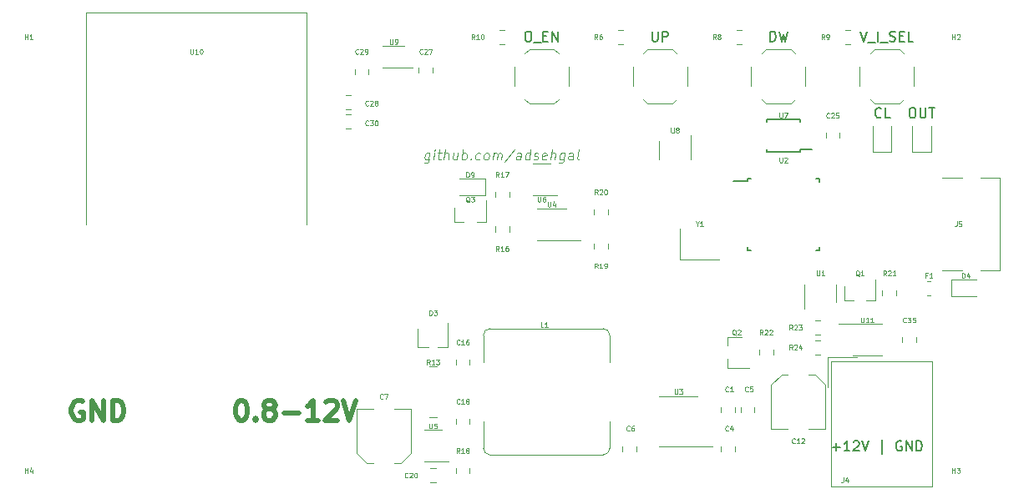
<source format=gbr>
%TF.GenerationSoftware,KiCad,Pcbnew,(5.99.0-2671-gfc0a358ba)*%
%TF.CreationDate,2020-08-29T23:40:29+05:30*%
%TF.ProjectId,Power_Supply,506f7765-725f-4537-9570-706c792e6b69,rev?*%
%TF.SameCoordinates,Original*%
%TF.FileFunction,Legend,Top*%
%TF.FilePolarity,Positive*%
%FSLAX46Y46*%
G04 Gerber Fmt 4.6, Leading zero omitted, Abs format (unit mm)*
G04 Created by KiCad (PCBNEW (5.99.0-2671-gfc0a358ba)) date 2020-08-29 23:40:29*
%MOMM*%
%LPD*%
G01*
G04 APERTURE LIST*
%ADD10C,0.075000*%
%ADD11C,0.500000*%
%ADD12C,0.150000*%
%ADD13C,0.100000*%
%ADD14C,0.120000*%
G04 APERTURE END LIST*
D10*
X55655327Y-26785714D02*
X55554136Y-27595238D01*
X55494613Y-27690476D01*
X55441041Y-27738095D01*
X55339851Y-27785714D01*
X55196994Y-27785714D01*
X55107708Y-27738095D01*
X55577946Y-27404761D02*
X55476755Y-27452380D01*
X55286279Y-27452380D01*
X55196994Y-27404761D01*
X55155327Y-27357142D01*
X55119613Y-27261904D01*
X55155327Y-26976190D01*
X55214851Y-26880952D01*
X55268422Y-26833333D01*
X55369613Y-26785714D01*
X55560089Y-26785714D01*
X55649375Y-26833333D01*
X56048184Y-27452380D02*
X56131517Y-26785714D01*
X56173184Y-26452380D02*
X56119613Y-26500000D01*
X56161279Y-26547619D01*
X56214851Y-26500000D01*
X56173184Y-26452380D01*
X56161279Y-26547619D01*
X56464851Y-26785714D02*
X56845803Y-26785714D01*
X56649375Y-26452380D02*
X56542232Y-27309523D01*
X56577946Y-27404761D01*
X56667232Y-27452380D01*
X56762470Y-27452380D01*
X57095803Y-27452380D02*
X57220803Y-26452380D01*
X57524375Y-27452380D02*
X57589851Y-26928571D01*
X57554136Y-26833333D01*
X57464851Y-26785714D01*
X57321994Y-26785714D01*
X57220803Y-26833333D01*
X57167232Y-26880952D01*
X58512470Y-26785714D02*
X58429136Y-27452380D01*
X58083898Y-26785714D02*
X58018422Y-27309523D01*
X58054136Y-27404761D01*
X58143422Y-27452380D01*
X58286279Y-27452380D01*
X58387470Y-27404761D01*
X58441041Y-27357142D01*
X58905327Y-27452380D02*
X59030327Y-26452380D01*
X58982708Y-26833333D02*
X59083898Y-26785714D01*
X59274375Y-26785714D01*
X59363660Y-26833333D01*
X59405327Y-26880952D01*
X59441041Y-26976190D01*
X59405327Y-27261904D01*
X59345803Y-27357142D01*
X59292232Y-27404761D01*
X59191041Y-27452380D01*
X59000565Y-27452380D01*
X58911279Y-27404761D01*
X59821994Y-27357142D02*
X59863660Y-27404761D01*
X59810089Y-27452380D01*
X59768422Y-27404761D01*
X59821994Y-27357142D01*
X59810089Y-27452380D01*
X60720803Y-27404761D02*
X60619613Y-27452380D01*
X60429136Y-27452380D01*
X60339851Y-27404761D01*
X60298184Y-27357142D01*
X60262470Y-27261904D01*
X60298184Y-26976190D01*
X60357708Y-26880952D01*
X60411279Y-26833333D01*
X60512470Y-26785714D01*
X60702946Y-26785714D01*
X60792232Y-26833333D01*
X61286279Y-27452380D02*
X61196994Y-27404761D01*
X61155327Y-27357142D01*
X61119613Y-27261904D01*
X61155327Y-26976190D01*
X61214851Y-26880952D01*
X61268422Y-26833333D01*
X61369613Y-26785714D01*
X61512470Y-26785714D01*
X61601755Y-26833333D01*
X61643422Y-26880952D01*
X61679136Y-26976190D01*
X61643422Y-27261904D01*
X61583898Y-27357142D01*
X61530327Y-27404761D01*
X61429136Y-27452380D01*
X61286279Y-27452380D01*
X62048184Y-27452380D02*
X62131517Y-26785714D01*
X62119613Y-26880952D02*
X62173184Y-26833333D01*
X62274375Y-26785714D01*
X62417232Y-26785714D01*
X62506517Y-26833333D01*
X62542232Y-26928571D01*
X62476755Y-27452380D01*
X62542232Y-26928571D02*
X62601755Y-26833333D01*
X62702946Y-26785714D01*
X62845803Y-26785714D01*
X62935089Y-26833333D01*
X62970803Y-26928571D01*
X62905327Y-27452380D01*
X64226755Y-26404761D02*
X63208898Y-27690476D01*
X64857708Y-27452380D02*
X64923184Y-26928571D01*
X64887470Y-26833333D01*
X64798184Y-26785714D01*
X64607708Y-26785714D01*
X64506517Y-26833333D01*
X64863660Y-27404761D02*
X64762470Y-27452380D01*
X64524375Y-27452380D01*
X64435089Y-27404761D01*
X64399375Y-27309523D01*
X64411279Y-27214285D01*
X64470803Y-27119047D01*
X64571994Y-27071428D01*
X64810089Y-27071428D01*
X64911279Y-27023809D01*
X65762470Y-27452380D02*
X65887470Y-26452380D01*
X65768422Y-27404761D02*
X65667232Y-27452380D01*
X65476755Y-27452380D01*
X65387470Y-27404761D01*
X65345803Y-27357142D01*
X65310089Y-27261904D01*
X65345803Y-26976190D01*
X65405327Y-26880952D01*
X65458898Y-26833333D01*
X65560089Y-26785714D01*
X65750565Y-26785714D01*
X65839851Y-26833333D01*
X66196994Y-27404761D02*
X66286279Y-27452380D01*
X66476755Y-27452380D01*
X66577946Y-27404761D01*
X66637470Y-27309523D01*
X66643422Y-27261904D01*
X66607708Y-27166666D01*
X66518422Y-27119047D01*
X66375565Y-27119047D01*
X66286279Y-27071428D01*
X66250565Y-26976190D01*
X66256517Y-26928571D01*
X66316041Y-26833333D01*
X66417232Y-26785714D01*
X66560089Y-26785714D01*
X66649375Y-26833333D01*
X67435089Y-27404761D02*
X67333898Y-27452380D01*
X67143422Y-27452380D01*
X67054136Y-27404761D01*
X67018422Y-27309523D01*
X67066041Y-26928571D01*
X67125565Y-26833333D01*
X67226755Y-26785714D01*
X67417232Y-26785714D01*
X67506517Y-26833333D01*
X67542232Y-26928571D01*
X67530327Y-27023809D01*
X67042232Y-27119047D01*
X67905327Y-27452380D02*
X68030327Y-26452380D01*
X68333898Y-27452380D02*
X68399375Y-26928571D01*
X68363660Y-26833333D01*
X68274375Y-26785714D01*
X68131517Y-26785714D01*
X68030327Y-26833333D01*
X67976755Y-26880952D01*
X69321994Y-26785714D02*
X69220803Y-27595238D01*
X69161279Y-27690476D01*
X69107708Y-27738095D01*
X69006517Y-27785714D01*
X68863660Y-27785714D01*
X68774375Y-27738095D01*
X69244613Y-27404761D02*
X69143422Y-27452380D01*
X68952946Y-27452380D01*
X68863660Y-27404761D01*
X68821994Y-27357142D01*
X68786279Y-27261904D01*
X68821994Y-26976190D01*
X68881517Y-26880952D01*
X68935089Y-26833333D01*
X69036279Y-26785714D01*
X69226755Y-26785714D01*
X69316041Y-26833333D01*
X70143422Y-27452380D02*
X70208898Y-26928571D01*
X70173184Y-26833333D01*
X70083898Y-26785714D01*
X69893422Y-26785714D01*
X69792232Y-26833333D01*
X70149375Y-27404761D02*
X70048184Y-27452380D01*
X69810089Y-27452380D01*
X69720803Y-27404761D01*
X69685089Y-27309523D01*
X69696994Y-27214285D01*
X69756517Y-27119047D01*
X69857708Y-27071428D01*
X70095803Y-27071428D01*
X70196994Y-27023809D01*
X70762470Y-27452380D02*
X70673184Y-27404761D01*
X70637470Y-27309523D01*
X70744613Y-26452380D01*
D11*
X36476190Y-51904761D02*
X36666666Y-51904761D01*
X36857142Y-52000000D01*
X36952380Y-52095238D01*
X37047619Y-52285714D01*
X37142857Y-52666666D01*
X37142857Y-53142857D01*
X37047619Y-53523809D01*
X36952380Y-53714285D01*
X36857142Y-53809523D01*
X36666666Y-53904761D01*
X36476190Y-53904761D01*
X36285714Y-53809523D01*
X36190476Y-53714285D01*
X36095238Y-53523809D01*
X36000000Y-53142857D01*
X36000000Y-52666666D01*
X36095238Y-52285714D01*
X36190476Y-52095238D01*
X36285714Y-52000000D01*
X36476190Y-51904761D01*
X38000000Y-53714285D02*
X38095238Y-53809523D01*
X38000000Y-53904761D01*
X37904761Y-53809523D01*
X38000000Y-53714285D01*
X38000000Y-53904761D01*
X39238095Y-52761904D02*
X39047619Y-52666666D01*
X38952380Y-52571428D01*
X38857142Y-52380952D01*
X38857142Y-52285714D01*
X38952380Y-52095238D01*
X39047619Y-52000000D01*
X39238095Y-51904761D01*
X39619047Y-51904761D01*
X39809523Y-52000000D01*
X39904761Y-52095238D01*
X40000000Y-52285714D01*
X40000000Y-52380952D01*
X39904761Y-52571428D01*
X39809523Y-52666666D01*
X39619047Y-52761904D01*
X39238095Y-52761904D01*
X39047619Y-52857142D01*
X38952380Y-52952380D01*
X38857142Y-53142857D01*
X38857142Y-53523809D01*
X38952380Y-53714285D01*
X39047619Y-53809523D01*
X39238095Y-53904761D01*
X39619047Y-53904761D01*
X39809523Y-53809523D01*
X39904761Y-53714285D01*
X40000000Y-53523809D01*
X40000000Y-53142857D01*
X39904761Y-52952380D01*
X39809523Y-52857142D01*
X39619047Y-52761904D01*
X40857142Y-53142857D02*
X42380952Y-53142857D01*
X44380952Y-53904761D02*
X43238095Y-53904761D01*
X43809523Y-53904761D02*
X43809523Y-51904761D01*
X43619047Y-52190476D01*
X43428571Y-52380952D01*
X43238095Y-52476190D01*
X45142857Y-52095238D02*
X45238095Y-52000000D01*
X45428571Y-51904761D01*
X45904761Y-51904761D01*
X46095238Y-52000000D01*
X46190476Y-52095238D01*
X46285714Y-52285714D01*
X46285714Y-52476190D01*
X46190476Y-52761904D01*
X45047619Y-53904761D01*
X46285714Y-53904761D01*
X46857142Y-51904761D02*
X47523809Y-53904761D01*
X48190476Y-51904761D01*
X20476190Y-52000000D02*
X20285714Y-51904761D01*
X20000000Y-51904761D01*
X19714285Y-52000000D01*
X19523809Y-52190476D01*
X19428571Y-52380952D01*
X19333333Y-52761904D01*
X19333333Y-53047619D01*
X19428571Y-53428571D01*
X19523809Y-53619047D01*
X19714285Y-53809523D01*
X20000000Y-53904761D01*
X20190476Y-53904761D01*
X20476190Y-53809523D01*
X20571428Y-53714285D01*
X20571428Y-53047619D01*
X20190476Y-53047619D01*
X21428571Y-53904761D02*
X21428571Y-51904761D01*
X22571428Y-53904761D01*
X22571428Y-51904761D01*
X23523809Y-53904761D02*
X23523809Y-51904761D01*
X24000000Y-51904761D01*
X24285714Y-52000000D01*
X24476190Y-52190476D01*
X24571428Y-52380952D01*
X24666666Y-52761904D01*
X24666666Y-53047619D01*
X24571428Y-53428571D01*
X24476190Y-53619047D01*
X24285714Y-53809523D01*
X24000000Y-53904761D01*
X23523809Y-53904761D01*
D12*
X96476190Y-56618928D02*
X97238095Y-56618928D01*
X96857142Y-56999880D02*
X96857142Y-56237976D01*
X98238095Y-56999880D02*
X97666666Y-56999880D01*
X97952380Y-56999880D02*
X97952380Y-55999880D01*
X97857142Y-56142738D01*
X97761904Y-56237976D01*
X97666666Y-56285595D01*
X98619047Y-56095119D02*
X98666666Y-56047500D01*
X98761904Y-55999880D01*
X99000000Y-55999880D01*
X99095238Y-56047500D01*
X99142857Y-56095119D01*
X99190476Y-56190357D01*
X99190476Y-56285595D01*
X99142857Y-56428452D01*
X98571428Y-56999880D01*
X99190476Y-56999880D01*
X99476190Y-55999880D02*
X99809523Y-56999880D01*
X100142857Y-55999880D01*
X101476190Y-57333214D02*
X101476190Y-55904642D01*
X103476190Y-56047500D02*
X103380952Y-55999880D01*
X103238095Y-55999880D01*
X103095238Y-56047500D01*
X103000000Y-56142738D01*
X102952380Y-56237976D01*
X102904761Y-56428452D01*
X102904761Y-56571309D01*
X102952380Y-56761785D01*
X103000000Y-56857023D01*
X103095238Y-56952261D01*
X103238095Y-56999880D01*
X103333333Y-56999880D01*
X103476190Y-56952261D01*
X103523809Y-56904642D01*
X103523809Y-56571309D01*
X103333333Y-56571309D01*
X103952380Y-56999880D02*
X103952380Y-55999880D01*
X104523809Y-56999880D01*
X104523809Y-55999880D01*
X105000000Y-56999880D02*
X105000000Y-55999880D01*
X105238095Y-55999880D01*
X105380952Y-56047500D01*
X105476190Y-56142738D01*
X105523809Y-56237976D01*
X105571428Y-56428452D01*
X105571428Y-56571309D01*
X105523809Y-56761785D01*
X105476190Y-56857023D01*
X105380952Y-56952261D01*
X105238095Y-56999880D01*
X105000000Y-56999880D01*
D13*
%TO.C,H3*%
X108619047Y-59226190D02*
X108619047Y-58726190D01*
X108619047Y-58964285D02*
X108904761Y-58964285D01*
X108904761Y-59226190D02*
X108904761Y-58726190D01*
X109095238Y-58726190D02*
X109404761Y-58726190D01*
X109238095Y-58916666D01*
X109309523Y-58916666D01*
X109357142Y-58940476D01*
X109380952Y-58964285D01*
X109404761Y-59011904D01*
X109404761Y-59130952D01*
X109380952Y-59178571D01*
X109357142Y-59202380D01*
X109309523Y-59226190D01*
X109166666Y-59226190D01*
X109119047Y-59202380D01*
X109095238Y-59178571D01*
%TO.C,H2*%
X108619047Y-15226190D02*
X108619047Y-14726190D01*
X108619047Y-14964285D02*
X108904761Y-14964285D01*
X108904761Y-15226190D02*
X108904761Y-14726190D01*
X109119047Y-14773809D02*
X109142857Y-14750000D01*
X109190476Y-14726190D01*
X109309523Y-14726190D01*
X109357142Y-14750000D01*
X109380952Y-14773809D01*
X109404761Y-14821428D01*
X109404761Y-14869047D01*
X109380952Y-14940476D01*
X109095238Y-15226190D01*
X109404761Y-15226190D01*
%TO.C,C27*%
X54928571Y-16678571D02*
X54904761Y-16702380D01*
X54833333Y-16726190D01*
X54785714Y-16726190D01*
X54714285Y-16702380D01*
X54666666Y-16654761D01*
X54642857Y-16607142D01*
X54619047Y-16511904D01*
X54619047Y-16440476D01*
X54642857Y-16345238D01*
X54666666Y-16297619D01*
X54714285Y-16250000D01*
X54785714Y-16226190D01*
X54833333Y-16226190D01*
X54904761Y-16250000D01*
X54928571Y-16273809D01*
X55119047Y-16273809D02*
X55142857Y-16250000D01*
X55190476Y-16226190D01*
X55309523Y-16226190D01*
X55357142Y-16250000D01*
X55380952Y-16273809D01*
X55404761Y-16321428D01*
X55404761Y-16369047D01*
X55380952Y-16440476D01*
X55095238Y-16726190D01*
X55404761Y-16726190D01*
X55571428Y-16226190D02*
X55904761Y-16226190D01*
X55690476Y-16726190D01*
%TO.C,C29*%
X48428571Y-16678571D02*
X48404761Y-16702380D01*
X48333333Y-16726190D01*
X48285714Y-16726190D01*
X48214285Y-16702380D01*
X48166666Y-16654761D01*
X48142857Y-16607142D01*
X48119047Y-16511904D01*
X48119047Y-16440476D01*
X48142857Y-16345238D01*
X48166666Y-16297619D01*
X48214285Y-16250000D01*
X48285714Y-16226190D01*
X48333333Y-16226190D01*
X48404761Y-16250000D01*
X48428571Y-16273809D01*
X48619047Y-16273809D02*
X48642857Y-16250000D01*
X48690476Y-16226190D01*
X48809523Y-16226190D01*
X48857142Y-16250000D01*
X48880952Y-16273809D01*
X48904761Y-16321428D01*
X48904761Y-16369047D01*
X48880952Y-16440476D01*
X48595238Y-16726190D01*
X48904761Y-16726190D01*
X49142857Y-16726190D02*
X49238095Y-16726190D01*
X49285714Y-16702380D01*
X49309523Y-16678571D01*
X49357142Y-16607142D01*
X49380952Y-16511904D01*
X49380952Y-16321428D01*
X49357142Y-16273809D01*
X49333333Y-16250000D01*
X49285714Y-16226190D01*
X49190476Y-16226190D01*
X49142857Y-16250000D01*
X49119047Y-16273809D01*
X49095238Y-16321428D01*
X49095238Y-16440476D01*
X49119047Y-16488095D01*
X49142857Y-16511904D01*
X49190476Y-16535714D01*
X49285714Y-16535714D01*
X49333333Y-16511904D01*
X49357142Y-16488095D01*
X49380952Y-16440476D01*
%TO.C,R20*%
X72678571Y-30976190D02*
X72511904Y-30738095D01*
X72392857Y-30976190D02*
X72392857Y-30476190D01*
X72583333Y-30476190D01*
X72630952Y-30500000D01*
X72654761Y-30523809D01*
X72678571Y-30571428D01*
X72678571Y-30642857D01*
X72654761Y-30690476D01*
X72630952Y-30714285D01*
X72583333Y-30738095D01*
X72392857Y-30738095D01*
X72869047Y-30523809D02*
X72892857Y-30500000D01*
X72940476Y-30476190D01*
X73059523Y-30476190D01*
X73107142Y-30500000D01*
X73130952Y-30523809D01*
X73154761Y-30571428D01*
X73154761Y-30619047D01*
X73130952Y-30690476D01*
X72845238Y-30976190D01*
X73154761Y-30976190D01*
X73464285Y-30476190D02*
X73511904Y-30476190D01*
X73559523Y-30500000D01*
X73583333Y-30523809D01*
X73607142Y-30571428D01*
X73630952Y-30666666D01*
X73630952Y-30785714D01*
X73607142Y-30880952D01*
X73583333Y-30928571D01*
X73559523Y-30952380D01*
X73511904Y-30976190D01*
X73464285Y-30976190D01*
X73416666Y-30952380D01*
X73392857Y-30928571D01*
X73369047Y-30880952D01*
X73345238Y-30785714D01*
X73345238Y-30666666D01*
X73369047Y-30571428D01*
X73392857Y-30523809D01*
X73416666Y-30500000D01*
X73464285Y-30476190D01*
%TO.C,C6*%
X75916666Y-54928571D02*
X75892857Y-54952380D01*
X75821428Y-54976190D01*
X75773809Y-54976190D01*
X75702380Y-54952380D01*
X75654761Y-54904761D01*
X75630952Y-54857142D01*
X75607142Y-54761904D01*
X75607142Y-54690476D01*
X75630952Y-54595238D01*
X75654761Y-54547619D01*
X75702380Y-54500000D01*
X75773809Y-54476190D01*
X75821428Y-54476190D01*
X75892857Y-54500000D01*
X75916666Y-54523809D01*
X76345238Y-54476190D02*
X76250000Y-54476190D01*
X76202380Y-54500000D01*
X76178571Y-54523809D01*
X76130952Y-54595238D01*
X76107142Y-54690476D01*
X76107142Y-54880952D01*
X76130952Y-54928571D01*
X76154761Y-54952380D01*
X76202380Y-54976190D01*
X76297619Y-54976190D01*
X76345238Y-54952380D01*
X76369047Y-54928571D01*
X76392857Y-54880952D01*
X76392857Y-54761904D01*
X76369047Y-54714285D01*
X76345238Y-54690476D01*
X76297619Y-54666666D01*
X76202380Y-54666666D01*
X76154761Y-54690476D01*
X76130952Y-54714285D01*
X76107142Y-54761904D01*
%TO.C,R23*%
X92428571Y-44726190D02*
X92261904Y-44488095D01*
X92142857Y-44726190D02*
X92142857Y-44226190D01*
X92333333Y-44226190D01*
X92380952Y-44250000D01*
X92404761Y-44273809D01*
X92428571Y-44321428D01*
X92428571Y-44392857D01*
X92404761Y-44440476D01*
X92380952Y-44464285D01*
X92333333Y-44488095D01*
X92142857Y-44488095D01*
X92619047Y-44273809D02*
X92642857Y-44250000D01*
X92690476Y-44226190D01*
X92809523Y-44226190D01*
X92857142Y-44250000D01*
X92880952Y-44273809D01*
X92904761Y-44321428D01*
X92904761Y-44369047D01*
X92880952Y-44440476D01*
X92595238Y-44726190D01*
X92904761Y-44726190D01*
X93071428Y-44226190D02*
X93380952Y-44226190D01*
X93214285Y-44416666D01*
X93285714Y-44416666D01*
X93333333Y-44440476D01*
X93357142Y-44464285D01*
X93380952Y-44511904D01*
X93380952Y-44630952D01*
X93357142Y-44678571D01*
X93333333Y-44702380D01*
X93285714Y-44726190D01*
X93142857Y-44726190D01*
X93095238Y-44702380D01*
X93071428Y-44678571D01*
%TO.C,J4*%
X97583333Y-59726190D02*
X97583333Y-60083333D01*
X97559523Y-60154761D01*
X97511904Y-60202380D01*
X97440476Y-60226190D01*
X97392857Y-60226190D01*
X98035714Y-59892857D02*
X98035714Y-60226190D01*
X97916666Y-59702380D02*
X97797619Y-60059523D01*
X98107142Y-60059523D01*
%TO.C,R16*%
X62678571Y-36726190D02*
X62511904Y-36488095D01*
X62392857Y-36726190D02*
X62392857Y-36226190D01*
X62583333Y-36226190D01*
X62630952Y-36250000D01*
X62654761Y-36273809D01*
X62678571Y-36321428D01*
X62678571Y-36392857D01*
X62654761Y-36440476D01*
X62630952Y-36464285D01*
X62583333Y-36488095D01*
X62392857Y-36488095D01*
X63154761Y-36726190D02*
X62869047Y-36726190D01*
X63011904Y-36726190D02*
X63011904Y-36226190D01*
X62964285Y-36297619D01*
X62916666Y-36345238D01*
X62869047Y-36369047D01*
X63583333Y-36226190D02*
X63488095Y-36226190D01*
X63440476Y-36250000D01*
X63416666Y-36273809D01*
X63369047Y-36345238D01*
X63345238Y-36440476D01*
X63345238Y-36630952D01*
X63369047Y-36678571D01*
X63392857Y-36702380D01*
X63440476Y-36726190D01*
X63535714Y-36726190D01*
X63583333Y-36702380D01*
X63607142Y-36678571D01*
X63630952Y-36630952D01*
X63630952Y-36511904D01*
X63607142Y-36464285D01*
X63583333Y-36440476D01*
X63535714Y-36416666D01*
X63440476Y-36416666D01*
X63392857Y-36440476D01*
X63369047Y-36464285D01*
X63345238Y-36511904D01*
%TO.C,C18*%
X58678571Y-52178571D02*
X58654761Y-52202380D01*
X58583333Y-52226190D01*
X58535714Y-52226190D01*
X58464285Y-52202380D01*
X58416666Y-52154761D01*
X58392857Y-52107142D01*
X58369047Y-52011904D01*
X58369047Y-51940476D01*
X58392857Y-51845238D01*
X58416666Y-51797619D01*
X58464285Y-51750000D01*
X58535714Y-51726190D01*
X58583333Y-51726190D01*
X58654761Y-51750000D01*
X58678571Y-51773809D01*
X59154761Y-52226190D02*
X58869047Y-52226190D01*
X59011904Y-52226190D02*
X59011904Y-51726190D01*
X58964285Y-51797619D01*
X58916666Y-51845238D01*
X58869047Y-51869047D01*
X59440476Y-51940476D02*
X59392857Y-51916666D01*
X59369047Y-51892857D01*
X59345238Y-51845238D01*
X59345238Y-51821428D01*
X59369047Y-51773809D01*
X59392857Y-51750000D01*
X59440476Y-51726190D01*
X59535714Y-51726190D01*
X59583333Y-51750000D01*
X59607142Y-51773809D01*
X59630952Y-51821428D01*
X59630952Y-51845238D01*
X59607142Y-51892857D01*
X59583333Y-51916666D01*
X59535714Y-51940476D01*
X59440476Y-51940476D01*
X59392857Y-51964285D01*
X59369047Y-51988095D01*
X59345238Y-52035714D01*
X59345238Y-52130952D01*
X59369047Y-52178571D01*
X59392857Y-52202380D01*
X59440476Y-52226190D01*
X59535714Y-52226190D01*
X59583333Y-52202380D01*
X59607142Y-52178571D01*
X59630952Y-52130952D01*
X59630952Y-52035714D01*
X59607142Y-51988095D01*
X59583333Y-51964285D01*
X59535714Y-51940476D01*
%TO.C,Y1*%
X82761904Y-33988095D02*
X82761904Y-34226190D01*
X82595238Y-33726190D02*
X82761904Y-33988095D01*
X82928571Y-33726190D01*
X83357142Y-34226190D02*
X83071428Y-34226190D01*
X83214285Y-34226190D02*
X83214285Y-33726190D01*
X83166666Y-33797619D01*
X83119047Y-33845238D01*
X83071428Y-33869047D01*
%TO.C,U4*%
X67619047Y-31726190D02*
X67619047Y-32130952D01*
X67642857Y-32178571D01*
X67666666Y-32202380D01*
X67714285Y-32226190D01*
X67809523Y-32226190D01*
X67857142Y-32202380D01*
X67880952Y-32178571D01*
X67904761Y-32130952D01*
X67904761Y-31726190D01*
X68357142Y-31892857D02*
X68357142Y-32226190D01*
X68238095Y-31702380D02*
X68119047Y-32059523D01*
X68428571Y-32059523D01*
%TO.C,U2*%
X91119047Y-27226190D02*
X91119047Y-27630952D01*
X91142857Y-27678571D01*
X91166666Y-27702380D01*
X91214285Y-27726190D01*
X91309523Y-27726190D01*
X91357142Y-27702380D01*
X91380952Y-27678571D01*
X91404761Y-27630952D01*
X91404761Y-27226190D01*
X91619047Y-27273809D02*
X91642857Y-27250000D01*
X91690476Y-27226190D01*
X91809523Y-27226190D01*
X91857142Y-27250000D01*
X91880952Y-27273809D01*
X91904761Y-27321428D01*
X91904761Y-27369047D01*
X91880952Y-27440476D01*
X91595238Y-27726190D01*
X91904761Y-27726190D01*
%TO.C,C28*%
X49428571Y-21928571D02*
X49404761Y-21952380D01*
X49333333Y-21976190D01*
X49285714Y-21976190D01*
X49214285Y-21952380D01*
X49166666Y-21904761D01*
X49142857Y-21857142D01*
X49119047Y-21761904D01*
X49119047Y-21690476D01*
X49142857Y-21595238D01*
X49166666Y-21547619D01*
X49214285Y-21500000D01*
X49285714Y-21476190D01*
X49333333Y-21476190D01*
X49404761Y-21500000D01*
X49428571Y-21523809D01*
X49619047Y-21523809D02*
X49642857Y-21500000D01*
X49690476Y-21476190D01*
X49809523Y-21476190D01*
X49857142Y-21500000D01*
X49880952Y-21523809D01*
X49904761Y-21571428D01*
X49904761Y-21619047D01*
X49880952Y-21690476D01*
X49595238Y-21976190D01*
X49904761Y-21976190D01*
X50190476Y-21690476D02*
X50142857Y-21666666D01*
X50119047Y-21642857D01*
X50095238Y-21595238D01*
X50095238Y-21571428D01*
X50119047Y-21523809D01*
X50142857Y-21500000D01*
X50190476Y-21476190D01*
X50285714Y-21476190D01*
X50333333Y-21500000D01*
X50357142Y-21523809D01*
X50380952Y-21571428D01*
X50380952Y-21595238D01*
X50357142Y-21642857D01*
X50333333Y-21666666D01*
X50285714Y-21690476D01*
X50190476Y-21690476D01*
X50142857Y-21714285D01*
X50119047Y-21738095D01*
X50095238Y-21785714D01*
X50095238Y-21880952D01*
X50119047Y-21928571D01*
X50142857Y-21952380D01*
X50190476Y-21976190D01*
X50285714Y-21976190D01*
X50333333Y-21952380D01*
X50357142Y-21928571D01*
X50380952Y-21880952D01*
X50380952Y-21785714D01*
X50357142Y-21738095D01*
X50333333Y-21714285D01*
X50285714Y-21690476D01*
%TO.C,Q2*%
X86702380Y-45273809D02*
X86654761Y-45250000D01*
X86607142Y-45202380D01*
X86535714Y-45130952D01*
X86488095Y-45107142D01*
X86440476Y-45107142D01*
X86464285Y-45226190D02*
X86416666Y-45202380D01*
X86369047Y-45154761D01*
X86345238Y-45059523D01*
X86345238Y-44892857D01*
X86369047Y-44797619D01*
X86416666Y-44750000D01*
X86464285Y-44726190D01*
X86559523Y-44726190D01*
X86607142Y-44750000D01*
X86654761Y-44797619D01*
X86678571Y-44892857D01*
X86678571Y-45059523D01*
X86654761Y-45154761D01*
X86607142Y-45202380D01*
X86559523Y-45226190D01*
X86464285Y-45226190D01*
X86869047Y-44773809D02*
X86892857Y-44750000D01*
X86940476Y-44726190D01*
X87059523Y-44726190D01*
X87107142Y-44750000D01*
X87130952Y-44773809D01*
X87154761Y-44821428D01*
X87154761Y-44869047D01*
X87130952Y-44940476D01*
X86845238Y-45226190D01*
X87154761Y-45226190D01*
%TO.C,C4*%
X85916666Y-54928571D02*
X85892857Y-54952380D01*
X85821428Y-54976190D01*
X85773809Y-54976190D01*
X85702380Y-54952380D01*
X85654761Y-54904761D01*
X85630952Y-54857142D01*
X85607142Y-54761904D01*
X85607142Y-54690476D01*
X85630952Y-54595238D01*
X85654761Y-54547619D01*
X85702380Y-54500000D01*
X85773809Y-54476190D01*
X85821428Y-54476190D01*
X85892857Y-54500000D01*
X85916666Y-54523809D01*
X86345238Y-54642857D02*
X86345238Y-54976190D01*
X86226190Y-54452380D02*
X86107142Y-54809523D01*
X86416666Y-54809523D01*
D12*
%TO.C,SW2*%
X90166666Y-15452380D02*
X90166666Y-14452380D01*
X90404761Y-14452380D01*
X90547619Y-14500000D01*
X90642857Y-14595238D01*
X90690476Y-14690476D01*
X90738095Y-14880952D01*
X90738095Y-15023809D01*
X90690476Y-15214285D01*
X90642857Y-15309523D01*
X90547619Y-15404761D01*
X90404761Y-15452380D01*
X90166666Y-15452380D01*
X91071428Y-14452380D02*
X91309523Y-15452380D01*
X91500000Y-14738095D01*
X91690476Y-15452380D01*
X91928571Y-14452380D01*
D13*
%TO.C,D4*%
X109630952Y-39476190D02*
X109630952Y-38976190D01*
X109750000Y-38976190D01*
X109821428Y-39000000D01*
X109869047Y-39047619D01*
X109892857Y-39095238D01*
X109916666Y-39190476D01*
X109916666Y-39261904D01*
X109892857Y-39357142D01*
X109869047Y-39404761D01*
X109821428Y-39452380D01*
X109750000Y-39476190D01*
X109630952Y-39476190D01*
X110345238Y-39142857D02*
X110345238Y-39476190D01*
X110226190Y-38952380D02*
X110107142Y-39309523D01*
X110416666Y-39309523D01*
%TO.C,R21*%
X101928571Y-39226190D02*
X101761904Y-38988095D01*
X101642857Y-39226190D02*
X101642857Y-38726190D01*
X101833333Y-38726190D01*
X101880952Y-38750000D01*
X101904761Y-38773809D01*
X101928571Y-38821428D01*
X101928571Y-38892857D01*
X101904761Y-38940476D01*
X101880952Y-38964285D01*
X101833333Y-38988095D01*
X101642857Y-38988095D01*
X102119047Y-38773809D02*
X102142857Y-38750000D01*
X102190476Y-38726190D01*
X102309523Y-38726190D01*
X102357142Y-38750000D01*
X102380952Y-38773809D01*
X102404761Y-38821428D01*
X102404761Y-38869047D01*
X102380952Y-38940476D01*
X102095238Y-39226190D01*
X102404761Y-39226190D01*
X102880952Y-39226190D02*
X102595238Y-39226190D01*
X102738095Y-39226190D02*
X102738095Y-38726190D01*
X102690476Y-38797619D01*
X102642857Y-38845238D01*
X102595238Y-38869047D01*
%TO.C,R13*%
X55678571Y-48226190D02*
X55511904Y-47988095D01*
X55392857Y-48226190D02*
X55392857Y-47726190D01*
X55583333Y-47726190D01*
X55630952Y-47750000D01*
X55654761Y-47773809D01*
X55678571Y-47821428D01*
X55678571Y-47892857D01*
X55654761Y-47940476D01*
X55630952Y-47964285D01*
X55583333Y-47988095D01*
X55392857Y-47988095D01*
X56154761Y-48226190D02*
X55869047Y-48226190D01*
X56011904Y-48226190D02*
X56011904Y-47726190D01*
X55964285Y-47797619D01*
X55916666Y-47845238D01*
X55869047Y-47869047D01*
X56321428Y-47726190D02*
X56630952Y-47726190D01*
X56464285Y-47916666D01*
X56535714Y-47916666D01*
X56583333Y-47940476D01*
X56607142Y-47964285D01*
X56630952Y-48011904D01*
X56630952Y-48130952D01*
X56607142Y-48178571D01*
X56583333Y-48202380D01*
X56535714Y-48226190D01*
X56392857Y-48226190D01*
X56345238Y-48202380D01*
X56321428Y-48178571D01*
%TO.C,R10*%
X60178571Y-15226190D02*
X60011904Y-14988095D01*
X59892857Y-15226190D02*
X59892857Y-14726190D01*
X60083333Y-14726190D01*
X60130952Y-14750000D01*
X60154761Y-14773809D01*
X60178571Y-14821428D01*
X60178571Y-14892857D01*
X60154761Y-14940476D01*
X60130952Y-14964285D01*
X60083333Y-14988095D01*
X59892857Y-14988095D01*
X60654761Y-15226190D02*
X60369047Y-15226190D01*
X60511904Y-15226190D02*
X60511904Y-14726190D01*
X60464285Y-14797619D01*
X60416666Y-14845238D01*
X60369047Y-14869047D01*
X60964285Y-14726190D02*
X61011904Y-14726190D01*
X61059523Y-14750000D01*
X61083333Y-14773809D01*
X61107142Y-14821428D01*
X61130952Y-14916666D01*
X61130952Y-15035714D01*
X61107142Y-15130952D01*
X61083333Y-15178571D01*
X61059523Y-15202380D01*
X61011904Y-15226190D01*
X60964285Y-15226190D01*
X60916666Y-15202380D01*
X60892857Y-15178571D01*
X60869047Y-15130952D01*
X60845238Y-15035714D01*
X60845238Y-14916666D01*
X60869047Y-14821428D01*
X60892857Y-14773809D01*
X60916666Y-14750000D01*
X60964285Y-14726190D01*
%TO.C,C1*%
X85916666Y-50928571D02*
X85892857Y-50952380D01*
X85821428Y-50976190D01*
X85773809Y-50976190D01*
X85702380Y-50952380D01*
X85654761Y-50904761D01*
X85630952Y-50857142D01*
X85607142Y-50761904D01*
X85607142Y-50690476D01*
X85630952Y-50595238D01*
X85654761Y-50547619D01*
X85702380Y-50500000D01*
X85773809Y-50476190D01*
X85821428Y-50476190D01*
X85892857Y-50500000D01*
X85916666Y-50523809D01*
X86392857Y-50976190D02*
X86107142Y-50976190D01*
X86250000Y-50976190D02*
X86250000Y-50476190D01*
X86202380Y-50547619D01*
X86154761Y-50595238D01*
X86107142Y-50619047D01*
%TO.C,C20*%
X53428571Y-59678571D02*
X53404761Y-59702380D01*
X53333333Y-59726190D01*
X53285714Y-59726190D01*
X53214285Y-59702380D01*
X53166666Y-59654761D01*
X53142857Y-59607142D01*
X53119047Y-59511904D01*
X53119047Y-59440476D01*
X53142857Y-59345238D01*
X53166666Y-59297619D01*
X53214285Y-59250000D01*
X53285714Y-59226190D01*
X53333333Y-59226190D01*
X53404761Y-59250000D01*
X53428571Y-59273809D01*
X53619047Y-59273809D02*
X53642857Y-59250000D01*
X53690476Y-59226190D01*
X53809523Y-59226190D01*
X53857142Y-59250000D01*
X53880952Y-59273809D01*
X53904761Y-59321428D01*
X53904761Y-59369047D01*
X53880952Y-59440476D01*
X53595238Y-59726190D01*
X53904761Y-59726190D01*
X54214285Y-59226190D02*
X54261904Y-59226190D01*
X54309523Y-59250000D01*
X54333333Y-59273809D01*
X54357142Y-59321428D01*
X54380952Y-59416666D01*
X54380952Y-59535714D01*
X54357142Y-59630952D01*
X54333333Y-59678571D01*
X54309523Y-59702380D01*
X54261904Y-59726190D01*
X54214285Y-59726190D01*
X54166666Y-59702380D01*
X54142857Y-59678571D01*
X54119047Y-59630952D01*
X54095238Y-59535714D01*
X54095238Y-59416666D01*
X54119047Y-59321428D01*
X54142857Y-59273809D01*
X54166666Y-59250000D01*
X54214285Y-59226190D01*
%TO.C,R6*%
X72666666Y-15226190D02*
X72500000Y-14988095D01*
X72380952Y-15226190D02*
X72380952Y-14726190D01*
X72571428Y-14726190D01*
X72619047Y-14750000D01*
X72642857Y-14773809D01*
X72666666Y-14821428D01*
X72666666Y-14892857D01*
X72642857Y-14940476D01*
X72619047Y-14964285D01*
X72571428Y-14988095D01*
X72380952Y-14988095D01*
X73095238Y-14726190D02*
X73000000Y-14726190D01*
X72952380Y-14750000D01*
X72928571Y-14773809D01*
X72880952Y-14845238D01*
X72857142Y-14940476D01*
X72857142Y-15130952D01*
X72880952Y-15178571D01*
X72904761Y-15202380D01*
X72952380Y-15226190D01*
X73047619Y-15226190D01*
X73095238Y-15202380D01*
X73119047Y-15178571D01*
X73142857Y-15130952D01*
X73142857Y-15011904D01*
X73119047Y-14964285D01*
X73095238Y-14940476D01*
X73047619Y-14916666D01*
X72952380Y-14916666D01*
X72904761Y-14940476D01*
X72880952Y-14964285D01*
X72857142Y-15011904D01*
D12*
%TO.C,SW1*%
X78214285Y-14452380D02*
X78214285Y-15261904D01*
X78261904Y-15357142D01*
X78309523Y-15404761D01*
X78404761Y-15452380D01*
X78595238Y-15452380D01*
X78690476Y-15404761D01*
X78738095Y-15357142D01*
X78785714Y-15261904D01*
X78785714Y-14452380D01*
X79261904Y-15452380D02*
X79261904Y-14452380D01*
X79642857Y-14452380D01*
X79738095Y-14500000D01*
X79785714Y-14547619D01*
X79833333Y-14642857D01*
X79833333Y-14785714D01*
X79785714Y-14880952D01*
X79738095Y-14928571D01*
X79642857Y-14976190D01*
X79261904Y-14976190D01*
D13*
%TO.C,R18*%
X58678571Y-57226190D02*
X58511904Y-56988095D01*
X58392857Y-57226190D02*
X58392857Y-56726190D01*
X58583333Y-56726190D01*
X58630952Y-56750000D01*
X58654761Y-56773809D01*
X58678571Y-56821428D01*
X58678571Y-56892857D01*
X58654761Y-56940476D01*
X58630952Y-56964285D01*
X58583333Y-56988095D01*
X58392857Y-56988095D01*
X59154761Y-57226190D02*
X58869047Y-57226190D01*
X59011904Y-57226190D02*
X59011904Y-56726190D01*
X58964285Y-56797619D01*
X58916666Y-56845238D01*
X58869047Y-56869047D01*
X59440476Y-56940476D02*
X59392857Y-56916666D01*
X59369047Y-56892857D01*
X59345238Y-56845238D01*
X59345238Y-56821428D01*
X59369047Y-56773809D01*
X59392857Y-56750000D01*
X59440476Y-56726190D01*
X59535714Y-56726190D01*
X59583333Y-56750000D01*
X59607142Y-56773809D01*
X59630952Y-56821428D01*
X59630952Y-56845238D01*
X59607142Y-56892857D01*
X59583333Y-56916666D01*
X59535714Y-56940476D01*
X59440476Y-56940476D01*
X59392857Y-56964285D01*
X59369047Y-56988095D01*
X59345238Y-57035714D01*
X59345238Y-57130952D01*
X59369047Y-57178571D01*
X59392857Y-57202380D01*
X59440476Y-57226190D01*
X59535714Y-57226190D01*
X59583333Y-57202380D01*
X59607142Y-57178571D01*
X59630952Y-57130952D01*
X59630952Y-57035714D01*
X59607142Y-56988095D01*
X59583333Y-56964285D01*
X59535714Y-56940476D01*
%TO.C,U9*%
X51619047Y-15226190D02*
X51619047Y-15630952D01*
X51642857Y-15678571D01*
X51666666Y-15702380D01*
X51714285Y-15726190D01*
X51809523Y-15726190D01*
X51857142Y-15702380D01*
X51880952Y-15678571D01*
X51904761Y-15630952D01*
X51904761Y-15226190D01*
X52166666Y-15726190D02*
X52261904Y-15726190D01*
X52309523Y-15702380D01*
X52333333Y-15678571D01*
X52380952Y-15607142D01*
X52404761Y-15511904D01*
X52404761Y-15321428D01*
X52380952Y-15273809D01*
X52357142Y-15250000D01*
X52309523Y-15226190D01*
X52214285Y-15226190D01*
X52166666Y-15250000D01*
X52142857Y-15273809D01*
X52119047Y-15321428D01*
X52119047Y-15440476D01*
X52142857Y-15488095D01*
X52166666Y-15511904D01*
X52214285Y-15535714D01*
X52309523Y-15535714D01*
X52357142Y-15511904D01*
X52380952Y-15488095D01*
X52404761Y-15440476D01*
%TO.C,C7*%
X50916666Y-51678571D02*
X50892857Y-51702380D01*
X50821428Y-51726190D01*
X50773809Y-51726190D01*
X50702380Y-51702380D01*
X50654761Y-51654761D01*
X50630952Y-51607142D01*
X50607142Y-51511904D01*
X50607142Y-51440476D01*
X50630952Y-51345238D01*
X50654761Y-51297619D01*
X50702380Y-51250000D01*
X50773809Y-51226190D01*
X50821428Y-51226190D01*
X50892857Y-51250000D01*
X50916666Y-51273809D01*
X51083333Y-51226190D02*
X51416666Y-51226190D01*
X51202380Y-51726190D01*
%TO.C,C35*%
X103928571Y-43928571D02*
X103904761Y-43952380D01*
X103833333Y-43976190D01*
X103785714Y-43976190D01*
X103714285Y-43952380D01*
X103666666Y-43904761D01*
X103642857Y-43857142D01*
X103619047Y-43761904D01*
X103619047Y-43690476D01*
X103642857Y-43595238D01*
X103666666Y-43547619D01*
X103714285Y-43500000D01*
X103785714Y-43476190D01*
X103833333Y-43476190D01*
X103904761Y-43500000D01*
X103928571Y-43523809D01*
X104095238Y-43476190D02*
X104404761Y-43476190D01*
X104238095Y-43666666D01*
X104309523Y-43666666D01*
X104357142Y-43690476D01*
X104380952Y-43714285D01*
X104404761Y-43761904D01*
X104404761Y-43880952D01*
X104380952Y-43928571D01*
X104357142Y-43952380D01*
X104309523Y-43976190D01*
X104166666Y-43976190D01*
X104119047Y-43952380D01*
X104095238Y-43928571D01*
X104857142Y-43476190D02*
X104619047Y-43476190D01*
X104595238Y-43714285D01*
X104619047Y-43690476D01*
X104666666Y-43666666D01*
X104785714Y-43666666D01*
X104833333Y-43690476D01*
X104857142Y-43714285D01*
X104880952Y-43761904D01*
X104880952Y-43880952D01*
X104857142Y-43928571D01*
X104833333Y-43952380D01*
X104785714Y-43976190D01*
X104666666Y-43976190D01*
X104619047Y-43952380D01*
X104595238Y-43928571D01*
%TO.C,U10*%
X31380952Y-16226190D02*
X31380952Y-16630952D01*
X31404761Y-16678571D01*
X31428571Y-16702380D01*
X31476190Y-16726190D01*
X31571428Y-16726190D01*
X31619047Y-16702380D01*
X31642857Y-16678571D01*
X31666666Y-16630952D01*
X31666666Y-16226190D01*
X32166666Y-16726190D02*
X31880952Y-16726190D01*
X32023809Y-16726190D02*
X32023809Y-16226190D01*
X31976190Y-16297619D01*
X31928571Y-16345238D01*
X31880952Y-16369047D01*
X32476190Y-16226190D02*
X32523809Y-16226190D01*
X32571428Y-16250000D01*
X32595238Y-16273809D01*
X32619047Y-16321428D01*
X32642857Y-16416666D01*
X32642857Y-16535714D01*
X32619047Y-16630952D01*
X32595238Y-16678571D01*
X32571428Y-16702380D01*
X32523809Y-16726190D01*
X32476190Y-16726190D01*
X32428571Y-16702380D01*
X32404761Y-16678571D01*
X32380952Y-16630952D01*
X32357142Y-16535714D01*
X32357142Y-16416666D01*
X32380952Y-16321428D01*
X32404761Y-16273809D01*
X32428571Y-16250000D01*
X32476190Y-16226190D01*
%TO.C,H4*%
X14619047Y-59226190D02*
X14619047Y-58726190D01*
X14619047Y-58964285D02*
X14904761Y-58964285D01*
X14904761Y-59226190D02*
X14904761Y-58726190D01*
X15357142Y-58892857D02*
X15357142Y-59226190D01*
X15238095Y-58702380D02*
X15119047Y-59059523D01*
X15428571Y-59059523D01*
%TO.C,R8*%
X84666666Y-15226190D02*
X84500000Y-14988095D01*
X84380952Y-15226190D02*
X84380952Y-14726190D01*
X84571428Y-14726190D01*
X84619047Y-14750000D01*
X84642857Y-14773809D01*
X84666666Y-14821428D01*
X84666666Y-14892857D01*
X84642857Y-14940476D01*
X84619047Y-14964285D01*
X84571428Y-14988095D01*
X84380952Y-14988095D01*
X84952380Y-14940476D02*
X84904761Y-14916666D01*
X84880952Y-14892857D01*
X84857142Y-14845238D01*
X84857142Y-14821428D01*
X84880952Y-14773809D01*
X84904761Y-14750000D01*
X84952380Y-14726190D01*
X85047619Y-14726190D01*
X85095238Y-14750000D01*
X85119047Y-14773809D01*
X85142857Y-14821428D01*
X85142857Y-14845238D01*
X85119047Y-14892857D01*
X85095238Y-14916666D01*
X85047619Y-14940476D01*
X84952380Y-14940476D01*
X84904761Y-14964285D01*
X84880952Y-14988095D01*
X84857142Y-15035714D01*
X84857142Y-15130952D01*
X84880952Y-15178571D01*
X84904761Y-15202380D01*
X84952380Y-15226190D01*
X85047619Y-15226190D01*
X85095238Y-15202380D01*
X85119047Y-15178571D01*
X85142857Y-15130952D01*
X85142857Y-15035714D01*
X85119047Y-14988095D01*
X85095238Y-14964285D01*
X85047619Y-14940476D01*
D12*
%TO.C,SW3*%
X99333333Y-14452380D02*
X99666666Y-15452380D01*
X100000000Y-14452380D01*
X100095238Y-15547619D02*
X100857142Y-15547619D01*
X101095238Y-15452380D02*
X101095238Y-14452380D01*
X101333333Y-15547619D02*
X102095238Y-15547619D01*
X102285714Y-15404761D02*
X102428571Y-15452380D01*
X102666666Y-15452380D01*
X102761904Y-15404761D01*
X102809523Y-15357142D01*
X102857142Y-15261904D01*
X102857142Y-15166666D01*
X102809523Y-15071428D01*
X102761904Y-15023809D01*
X102666666Y-14976190D01*
X102476190Y-14928571D01*
X102380952Y-14880952D01*
X102333333Y-14833333D01*
X102285714Y-14738095D01*
X102285714Y-14642857D01*
X102333333Y-14547619D01*
X102380952Y-14500000D01*
X102476190Y-14452380D01*
X102714285Y-14452380D01*
X102857142Y-14500000D01*
X103285714Y-14928571D02*
X103619047Y-14928571D01*
X103761904Y-15452380D02*
X103285714Y-15452380D01*
X103285714Y-14452380D01*
X103761904Y-14452380D01*
X104666666Y-15452380D02*
X104190476Y-15452380D01*
X104190476Y-14452380D01*
D13*
%TO.C,U7*%
X91119047Y-22726190D02*
X91119047Y-23130952D01*
X91142857Y-23178571D01*
X91166666Y-23202380D01*
X91214285Y-23226190D01*
X91309523Y-23226190D01*
X91357142Y-23202380D01*
X91380952Y-23178571D01*
X91404761Y-23130952D01*
X91404761Y-22726190D01*
X91595238Y-22726190D02*
X91928571Y-22726190D01*
X91714285Y-23226190D01*
%TO.C,D9*%
X59380952Y-29226190D02*
X59380952Y-28726190D01*
X59500000Y-28726190D01*
X59571428Y-28750000D01*
X59619047Y-28797619D01*
X59642857Y-28845238D01*
X59666666Y-28940476D01*
X59666666Y-29011904D01*
X59642857Y-29107142D01*
X59619047Y-29154761D01*
X59571428Y-29202380D01*
X59500000Y-29226190D01*
X59380952Y-29226190D01*
X59904761Y-29226190D02*
X60000000Y-29226190D01*
X60047619Y-29202380D01*
X60071428Y-29178571D01*
X60119047Y-29107142D01*
X60142857Y-29011904D01*
X60142857Y-28821428D01*
X60119047Y-28773809D01*
X60095238Y-28750000D01*
X60047619Y-28726190D01*
X59952380Y-28726190D01*
X59904761Y-28750000D01*
X59880952Y-28773809D01*
X59857142Y-28821428D01*
X59857142Y-28940476D01*
X59880952Y-28988095D01*
X59904761Y-29011904D01*
X59952380Y-29035714D01*
X60047619Y-29035714D01*
X60095238Y-29011904D01*
X60119047Y-28988095D01*
X60142857Y-28940476D01*
%TO.C,Q3*%
X59702380Y-31773809D02*
X59654761Y-31750000D01*
X59607142Y-31702380D01*
X59535714Y-31630952D01*
X59488095Y-31607142D01*
X59440476Y-31607142D01*
X59464285Y-31726190D02*
X59416666Y-31702380D01*
X59369047Y-31654761D01*
X59345238Y-31559523D01*
X59345238Y-31392857D01*
X59369047Y-31297619D01*
X59416666Y-31250000D01*
X59464285Y-31226190D01*
X59559523Y-31226190D01*
X59607142Y-31250000D01*
X59654761Y-31297619D01*
X59678571Y-31392857D01*
X59678571Y-31559523D01*
X59654761Y-31654761D01*
X59607142Y-31702380D01*
X59559523Y-31726190D01*
X59464285Y-31726190D01*
X59845238Y-31226190D02*
X60154761Y-31226190D01*
X59988095Y-31416666D01*
X60059523Y-31416666D01*
X60107142Y-31440476D01*
X60130952Y-31464285D01*
X60154761Y-31511904D01*
X60154761Y-31630952D01*
X60130952Y-31678571D01*
X60107142Y-31702380D01*
X60059523Y-31726190D01*
X59916666Y-31726190D01*
X59869047Y-31702380D01*
X59845238Y-31678571D01*
%TO.C,J5*%
X109083333Y-33726190D02*
X109083333Y-34083333D01*
X109059523Y-34154761D01*
X109011904Y-34202380D01*
X108940476Y-34226190D01*
X108892857Y-34226190D01*
X109559523Y-33726190D02*
X109321428Y-33726190D01*
X109297619Y-33964285D01*
X109321428Y-33940476D01*
X109369047Y-33916666D01*
X109488095Y-33916666D01*
X109535714Y-33940476D01*
X109559523Y-33964285D01*
X109583333Y-34011904D01*
X109583333Y-34130952D01*
X109559523Y-34178571D01*
X109535714Y-34202380D01*
X109488095Y-34226190D01*
X109369047Y-34226190D01*
X109321428Y-34202380D01*
X109297619Y-34178571D01*
%TO.C,H1*%
X14619047Y-15226190D02*
X14619047Y-14726190D01*
X14619047Y-14964285D02*
X14904761Y-14964285D01*
X14904761Y-15226190D02*
X14904761Y-14726190D01*
X15404761Y-15226190D02*
X15119047Y-15226190D01*
X15261904Y-15226190D02*
X15261904Y-14726190D01*
X15214285Y-14797619D01*
X15166666Y-14845238D01*
X15119047Y-14869047D01*
%TO.C,C12*%
X92678571Y-56178571D02*
X92654761Y-56202380D01*
X92583333Y-56226190D01*
X92535714Y-56226190D01*
X92464285Y-56202380D01*
X92416666Y-56154761D01*
X92392857Y-56107142D01*
X92369047Y-56011904D01*
X92369047Y-55940476D01*
X92392857Y-55845238D01*
X92416666Y-55797619D01*
X92464285Y-55750000D01*
X92535714Y-55726190D01*
X92583333Y-55726190D01*
X92654761Y-55750000D01*
X92678571Y-55773809D01*
X93154761Y-56226190D02*
X92869047Y-56226190D01*
X93011904Y-56226190D02*
X93011904Y-55726190D01*
X92964285Y-55797619D01*
X92916666Y-55845238D01*
X92869047Y-55869047D01*
X93345238Y-55773809D02*
X93369047Y-55750000D01*
X93416666Y-55726190D01*
X93535714Y-55726190D01*
X93583333Y-55750000D01*
X93607142Y-55773809D01*
X93630952Y-55821428D01*
X93630952Y-55869047D01*
X93607142Y-55940476D01*
X93321428Y-56226190D01*
X93630952Y-56226190D01*
%TO.C,R19*%
X72678571Y-38476190D02*
X72511904Y-38238095D01*
X72392857Y-38476190D02*
X72392857Y-37976190D01*
X72583333Y-37976190D01*
X72630952Y-38000000D01*
X72654761Y-38023809D01*
X72678571Y-38071428D01*
X72678571Y-38142857D01*
X72654761Y-38190476D01*
X72630952Y-38214285D01*
X72583333Y-38238095D01*
X72392857Y-38238095D01*
X73154761Y-38476190D02*
X72869047Y-38476190D01*
X73011904Y-38476190D02*
X73011904Y-37976190D01*
X72964285Y-38047619D01*
X72916666Y-38095238D01*
X72869047Y-38119047D01*
X73392857Y-38476190D02*
X73488095Y-38476190D01*
X73535714Y-38452380D01*
X73559523Y-38428571D01*
X73607142Y-38357142D01*
X73630952Y-38261904D01*
X73630952Y-38071428D01*
X73607142Y-38023809D01*
X73583333Y-38000000D01*
X73535714Y-37976190D01*
X73440476Y-37976190D01*
X73392857Y-38000000D01*
X73369047Y-38023809D01*
X73345238Y-38071428D01*
X73345238Y-38190476D01*
X73369047Y-38238095D01*
X73392857Y-38261904D01*
X73440476Y-38285714D01*
X73535714Y-38285714D01*
X73583333Y-38261904D01*
X73607142Y-38238095D01*
X73630952Y-38190476D01*
%TO.C,L1*%
X67166666Y-44476190D02*
X66928571Y-44476190D01*
X66928571Y-43976190D01*
X67595238Y-44476190D02*
X67309523Y-44476190D01*
X67452380Y-44476190D02*
X67452380Y-43976190D01*
X67404761Y-44047619D01*
X67357142Y-44095238D01*
X67309523Y-44119047D01*
%TO.C,F1*%
X106083333Y-39214285D02*
X105916666Y-39214285D01*
X105916666Y-39476190D02*
X105916666Y-38976190D01*
X106154761Y-38976190D01*
X106607142Y-39476190D02*
X106321428Y-39476190D01*
X106464285Y-39476190D02*
X106464285Y-38976190D01*
X106416666Y-39047619D01*
X106369047Y-39095238D01*
X106321428Y-39119047D01*
%TO.C,C25*%
X96178571Y-23178571D02*
X96154761Y-23202380D01*
X96083333Y-23226190D01*
X96035714Y-23226190D01*
X95964285Y-23202380D01*
X95916666Y-23154761D01*
X95892857Y-23107142D01*
X95869047Y-23011904D01*
X95869047Y-22940476D01*
X95892857Y-22845238D01*
X95916666Y-22797619D01*
X95964285Y-22750000D01*
X96035714Y-22726190D01*
X96083333Y-22726190D01*
X96154761Y-22750000D01*
X96178571Y-22773809D01*
X96369047Y-22773809D02*
X96392857Y-22750000D01*
X96440476Y-22726190D01*
X96559523Y-22726190D01*
X96607142Y-22750000D01*
X96630952Y-22773809D01*
X96654761Y-22821428D01*
X96654761Y-22869047D01*
X96630952Y-22940476D01*
X96345238Y-23226190D01*
X96654761Y-23226190D01*
X97107142Y-22726190D02*
X96869047Y-22726190D01*
X96845238Y-22964285D01*
X96869047Y-22940476D01*
X96916666Y-22916666D01*
X97035714Y-22916666D01*
X97083333Y-22940476D01*
X97107142Y-22964285D01*
X97130952Y-23011904D01*
X97130952Y-23130952D01*
X97107142Y-23178571D01*
X97083333Y-23202380D01*
X97035714Y-23226190D01*
X96916666Y-23226190D01*
X96869047Y-23202380D01*
X96845238Y-23178571D01*
D12*
%TO.C,SW4*%
X65547619Y-14452380D02*
X65738095Y-14452380D01*
X65833333Y-14500000D01*
X65928571Y-14595238D01*
X65976190Y-14785714D01*
X65976190Y-15119047D01*
X65928571Y-15309523D01*
X65833333Y-15404761D01*
X65738095Y-15452380D01*
X65547619Y-15452380D01*
X65452380Y-15404761D01*
X65357142Y-15309523D01*
X65309523Y-15119047D01*
X65309523Y-14785714D01*
X65357142Y-14595238D01*
X65452380Y-14500000D01*
X65547619Y-14452380D01*
X66166666Y-15547619D02*
X66928571Y-15547619D01*
X67166666Y-14928571D02*
X67500000Y-14928571D01*
X67642857Y-15452380D02*
X67166666Y-15452380D01*
X67166666Y-14452380D01*
X67642857Y-14452380D01*
X68071428Y-15452380D02*
X68071428Y-14452380D01*
X68642857Y-15452380D01*
X68642857Y-14452380D01*
%TO.C,D1*%
X101404761Y-23107142D02*
X101357142Y-23154761D01*
X101214285Y-23202380D01*
X101119047Y-23202380D01*
X100976190Y-23154761D01*
X100880952Y-23059523D01*
X100833333Y-22964285D01*
X100785714Y-22773809D01*
X100785714Y-22630952D01*
X100833333Y-22440476D01*
X100880952Y-22345238D01*
X100976190Y-22250000D01*
X101119047Y-22202380D01*
X101214285Y-22202380D01*
X101357142Y-22250000D01*
X101404761Y-22297619D01*
X102309523Y-23202380D02*
X101833333Y-23202380D01*
X101833333Y-22202380D01*
D13*
%TO.C,Q1*%
X99202380Y-39273809D02*
X99154761Y-39250000D01*
X99107142Y-39202380D01*
X99035714Y-39130952D01*
X98988095Y-39107142D01*
X98940476Y-39107142D01*
X98964285Y-39226190D02*
X98916666Y-39202380D01*
X98869047Y-39154761D01*
X98845238Y-39059523D01*
X98845238Y-38892857D01*
X98869047Y-38797619D01*
X98916666Y-38750000D01*
X98964285Y-38726190D01*
X99059523Y-38726190D01*
X99107142Y-38750000D01*
X99154761Y-38797619D01*
X99178571Y-38892857D01*
X99178571Y-39059523D01*
X99154761Y-39154761D01*
X99107142Y-39202380D01*
X99059523Y-39226190D01*
X98964285Y-39226190D01*
X99654761Y-39226190D02*
X99369047Y-39226190D01*
X99511904Y-39226190D02*
X99511904Y-38726190D01*
X99464285Y-38797619D01*
X99416666Y-38845238D01*
X99369047Y-38869047D01*
%TO.C,U11*%
X99380952Y-43476190D02*
X99380952Y-43880952D01*
X99404761Y-43928571D01*
X99428571Y-43952380D01*
X99476190Y-43976190D01*
X99571428Y-43976190D01*
X99619047Y-43952380D01*
X99642857Y-43928571D01*
X99666666Y-43880952D01*
X99666666Y-43476190D01*
X100166666Y-43976190D02*
X99880952Y-43976190D01*
X100023809Y-43976190D02*
X100023809Y-43476190D01*
X99976190Y-43547619D01*
X99928571Y-43595238D01*
X99880952Y-43619047D01*
X100642857Y-43976190D02*
X100357142Y-43976190D01*
X100500000Y-43976190D02*
X100500000Y-43476190D01*
X100452380Y-43547619D01*
X100404761Y-43595238D01*
X100357142Y-43619047D01*
%TO.C,C5*%
X87916666Y-50928571D02*
X87892857Y-50952380D01*
X87821428Y-50976190D01*
X87773809Y-50976190D01*
X87702380Y-50952380D01*
X87654761Y-50904761D01*
X87630952Y-50857142D01*
X87607142Y-50761904D01*
X87607142Y-50690476D01*
X87630952Y-50595238D01*
X87654761Y-50547619D01*
X87702380Y-50500000D01*
X87773809Y-50476190D01*
X87821428Y-50476190D01*
X87892857Y-50500000D01*
X87916666Y-50523809D01*
X88369047Y-50476190D02*
X88130952Y-50476190D01*
X88107142Y-50714285D01*
X88130952Y-50690476D01*
X88178571Y-50666666D01*
X88297619Y-50666666D01*
X88345238Y-50690476D01*
X88369047Y-50714285D01*
X88392857Y-50761904D01*
X88392857Y-50880952D01*
X88369047Y-50928571D01*
X88345238Y-50952380D01*
X88297619Y-50976190D01*
X88178571Y-50976190D01*
X88130952Y-50952380D01*
X88107142Y-50928571D01*
%TO.C,U6*%
X66619047Y-31226190D02*
X66619047Y-31630952D01*
X66642857Y-31678571D01*
X66666666Y-31702380D01*
X66714285Y-31726190D01*
X66809523Y-31726190D01*
X66857142Y-31702380D01*
X66880952Y-31678571D01*
X66904761Y-31630952D01*
X66904761Y-31226190D01*
X67357142Y-31226190D02*
X67261904Y-31226190D01*
X67214285Y-31250000D01*
X67190476Y-31273809D01*
X67142857Y-31345238D01*
X67119047Y-31440476D01*
X67119047Y-31630952D01*
X67142857Y-31678571D01*
X67166666Y-31702380D01*
X67214285Y-31726190D01*
X67309523Y-31726190D01*
X67357142Y-31702380D01*
X67380952Y-31678571D01*
X67404761Y-31630952D01*
X67404761Y-31511904D01*
X67380952Y-31464285D01*
X67357142Y-31440476D01*
X67309523Y-31416666D01*
X67214285Y-31416666D01*
X67166666Y-31440476D01*
X67142857Y-31464285D01*
X67119047Y-31511904D01*
%TO.C,U3*%
X80489047Y-50726190D02*
X80489047Y-51130952D01*
X80512857Y-51178571D01*
X80536666Y-51202380D01*
X80584285Y-51226190D01*
X80679523Y-51226190D01*
X80727142Y-51202380D01*
X80750952Y-51178571D01*
X80774761Y-51130952D01*
X80774761Y-50726190D01*
X80965238Y-50726190D02*
X81274761Y-50726190D01*
X81108095Y-50916666D01*
X81179523Y-50916666D01*
X81227142Y-50940476D01*
X81250952Y-50964285D01*
X81274761Y-51011904D01*
X81274761Y-51130952D01*
X81250952Y-51178571D01*
X81227142Y-51202380D01*
X81179523Y-51226190D01*
X81036666Y-51226190D01*
X80989047Y-51202380D01*
X80965238Y-51178571D01*
%TO.C,U5*%
X55619047Y-54226190D02*
X55619047Y-54630952D01*
X55642857Y-54678571D01*
X55666666Y-54702380D01*
X55714285Y-54726190D01*
X55809523Y-54726190D01*
X55857142Y-54702380D01*
X55880952Y-54678571D01*
X55904761Y-54630952D01*
X55904761Y-54226190D01*
X56380952Y-54226190D02*
X56142857Y-54226190D01*
X56119047Y-54464285D01*
X56142857Y-54440476D01*
X56190476Y-54416666D01*
X56309523Y-54416666D01*
X56357142Y-54440476D01*
X56380952Y-54464285D01*
X56404761Y-54511904D01*
X56404761Y-54630952D01*
X56380952Y-54678571D01*
X56357142Y-54702380D01*
X56309523Y-54726190D01*
X56190476Y-54726190D01*
X56142857Y-54702380D01*
X56119047Y-54678571D01*
%TO.C,C30*%
X49428571Y-23928571D02*
X49404761Y-23952380D01*
X49333333Y-23976190D01*
X49285714Y-23976190D01*
X49214285Y-23952380D01*
X49166666Y-23904761D01*
X49142857Y-23857142D01*
X49119047Y-23761904D01*
X49119047Y-23690476D01*
X49142857Y-23595238D01*
X49166666Y-23547619D01*
X49214285Y-23500000D01*
X49285714Y-23476190D01*
X49333333Y-23476190D01*
X49404761Y-23500000D01*
X49428571Y-23523809D01*
X49595238Y-23476190D02*
X49904761Y-23476190D01*
X49738095Y-23666666D01*
X49809523Y-23666666D01*
X49857142Y-23690476D01*
X49880952Y-23714285D01*
X49904761Y-23761904D01*
X49904761Y-23880952D01*
X49880952Y-23928571D01*
X49857142Y-23952380D01*
X49809523Y-23976190D01*
X49666666Y-23976190D01*
X49619047Y-23952380D01*
X49595238Y-23928571D01*
X50214285Y-23476190D02*
X50261904Y-23476190D01*
X50309523Y-23500000D01*
X50333333Y-23523809D01*
X50357142Y-23571428D01*
X50380952Y-23666666D01*
X50380952Y-23785714D01*
X50357142Y-23880952D01*
X50333333Y-23928571D01*
X50309523Y-23952380D01*
X50261904Y-23976190D01*
X50214285Y-23976190D01*
X50166666Y-23952380D01*
X50142857Y-23928571D01*
X50119047Y-23880952D01*
X50095238Y-23785714D01*
X50095238Y-23666666D01*
X50119047Y-23571428D01*
X50142857Y-23523809D01*
X50166666Y-23500000D01*
X50214285Y-23476190D01*
%TO.C,U8*%
X80119047Y-24226190D02*
X80119047Y-24630952D01*
X80142857Y-24678571D01*
X80166666Y-24702380D01*
X80214285Y-24726190D01*
X80309523Y-24726190D01*
X80357142Y-24702380D01*
X80380952Y-24678571D01*
X80404761Y-24630952D01*
X80404761Y-24226190D01*
X80714285Y-24440476D02*
X80666666Y-24416666D01*
X80642857Y-24392857D01*
X80619047Y-24345238D01*
X80619047Y-24321428D01*
X80642857Y-24273809D01*
X80666666Y-24250000D01*
X80714285Y-24226190D01*
X80809523Y-24226190D01*
X80857142Y-24250000D01*
X80880952Y-24273809D01*
X80904761Y-24321428D01*
X80904761Y-24345238D01*
X80880952Y-24392857D01*
X80857142Y-24416666D01*
X80809523Y-24440476D01*
X80714285Y-24440476D01*
X80666666Y-24464285D01*
X80642857Y-24488095D01*
X80619047Y-24535714D01*
X80619047Y-24630952D01*
X80642857Y-24678571D01*
X80666666Y-24702380D01*
X80714285Y-24726190D01*
X80809523Y-24726190D01*
X80857142Y-24702380D01*
X80880952Y-24678571D01*
X80904761Y-24630952D01*
X80904761Y-24535714D01*
X80880952Y-24488095D01*
X80857142Y-24464285D01*
X80809523Y-24440476D01*
D12*
%TO.C,D2*%
X104500000Y-22202380D02*
X104690476Y-22202380D01*
X104785714Y-22250000D01*
X104880952Y-22345238D01*
X104928571Y-22535714D01*
X104928571Y-22869047D01*
X104880952Y-23059523D01*
X104785714Y-23154761D01*
X104690476Y-23202380D01*
X104500000Y-23202380D01*
X104404761Y-23154761D01*
X104309523Y-23059523D01*
X104261904Y-22869047D01*
X104261904Y-22535714D01*
X104309523Y-22345238D01*
X104404761Y-22250000D01*
X104500000Y-22202380D01*
X105357142Y-22202380D02*
X105357142Y-23011904D01*
X105404761Y-23107142D01*
X105452380Y-23154761D01*
X105547619Y-23202380D01*
X105738095Y-23202380D01*
X105833333Y-23154761D01*
X105880952Y-23107142D01*
X105928571Y-23011904D01*
X105928571Y-22202380D01*
X106261904Y-22202380D02*
X106833333Y-22202380D01*
X106547619Y-23202380D02*
X106547619Y-22202380D01*
D13*
%TO.C,U1*%
X94869047Y-38726190D02*
X94869047Y-39130952D01*
X94892857Y-39178571D01*
X94916666Y-39202380D01*
X94964285Y-39226190D01*
X95059523Y-39226190D01*
X95107142Y-39202380D01*
X95130952Y-39178571D01*
X95154761Y-39130952D01*
X95154761Y-38726190D01*
X95654761Y-39226190D02*
X95369047Y-39226190D01*
X95511904Y-39226190D02*
X95511904Y-38726190D01*
X95464285Y-38797619D01*
X95416666Y-38845238D01*
X95369047Y-38869047D01*
%TO.C,R24*%
X92428571Y-46726190D02*
X92261904Y-46488095D01*
X92142857Y-46726190D02*
X92142857Y-46226190D01*
X92333333Y-46226190D01*
X92380952Y-46250000D01*
X92404761Y-46273809D01*
X92428571Y-46321428D01*
X92428571Y-46392857D01*
X92404761Y-46440476D01*
X92380952Y-46464285D01*
X92333333Y-46488095D01*
X92142857Y-46488095D01*
X92619047Y-46273809D02*
X92642857Y-46250000D01*
X92690476Y-46226190D01*
X92809523Y-46226190D01*
X92857142Y-46250000D01*
X92880952Y-46273809D01*
X92904761Y-46321428D01*
X92904761Y-46369047D01*
X92880952Y-46440476D01*
X92595238Y-46726190D01*
X92904761Y-46726190D01*
X93333333Y-46392857D02*
X93333333Y-46726190D01*
X93214285Y-46202380D02*
X93095238Y-46559523D01*
X93404761Y-46559523D01*
%TO.C,R9*%
X95666666Y-15226190D02*
X95500000Y-14988095D01*
X95380952Y-15226190D02*
X95380952Y-14726190D01*
X95571428Y-14726190D01*
X95619047Y-14750000D01*
X95642857Y-14773809D01*
X95666666Y-14821428D01*
X95666666Y-14892857D01*
X95642857Y-14940476D01*
X95619047Y-14964285D01*
X95571428Y-14988095D01*
X95380952Y-14988095D01*
X95904761Y-15226190D02*
X96000000Y-15226190D01*
X96047619Y-15202380D01*
X96071428Y-15178571D01*
X96119047Y-15107142D01*
X96142857Y-15011904D01*
X96142857Y-14821428D01*
X96119047Y-14773809D01*
X96095238Y-14750000D01*
X96047619Y-14726190D01*
X95952380Y-14726190D01*
X95904761Y-14750000D01*
X95880952Y-14773809D01*
X95857142Y-14821428D01*
X95857142Y-14940476D01*
X95880952Y-14988095D01*
X95904761Y-15011904D01*
X95952380Y-15035714D01*
X96047619Y-15035714D01*
X96095238Y-15011904D01*
X96119047Y-14988095D01*
X96142857Y-14940476D01*
%TO.C,C16*%
X58678571Y-46178571D02*
X58654761Y-46202380D01*
X58583333Y-46226190D01*
X58535714Y-46226190D01*
X58464285Y-46202380D01*
X58416666Y-46154761D01*
X58392857Y-46107142D01*
X58369047Y-46011904D01*
X58369047Y-45940476D01*
X58392857Y-45845238D01*
X58416666Y-45797619D01*
X58464285Y-45750000D01*
X58535714Y-45726190D01*
X58583333Y-45726190D01*
X58654761Y-45750000D01*
X58678571Y-45773809D01*
X59154761Y-46226190D02*
X58869047Y-46226190D01*
X59011904Y-46226190D02*
X59011904Y-45726190D01*
X58964285Y-45797619D01*
X58916666Y-45845238D01*
X58869047Y-45869047D01*
X59583333Y-45726190D02*
X59488095Y-45726190D01*
X59440476Y-45750000D01*
X59416666Y-45773809D01*
X59369047Y-45845238D01*
X59345238Y-45940476D01*
X59345238Y-46130952D01*
X59369047Y-46178571D01*
X59392857Y-46202380D01*
X59440476Y-46226190D01*
X59535714Y-46226190D01*
X59583333Y-46202380D01*
X59607142Y-46178571D01*
X59630952Y-46130952D01*
X59630952Y-46011904D01*
X59607142Y-45964285D01*
X59583333Y-45940476D01*
X59535714Y-45916666D01*
X59440476Y-45916666D01*
X59392857Y-45940476D01*
X59369047Y-45964285D01*
X59345238Y-46011904D01*
%TO.C,R22*%
X89428571Y-45226190D02*
X89261904Y-44988095D01*
X89142857Y-45226190D02*
X89142857Y-44726190D01*
X89333333Y-44726190D01*
X89380952Y-44750000D01*
X89404761Y-44773809D01*
X89428571Y-44821428D01*
X89428571Y-44892857D01*
X89404761Y-44940476D01*
X89380952Y-44964285D01*
X89333333Y-44988095D01*
X89142857Y-44988095D01*
X89619047Y-44773809D02*
X89642857Y-44750000D01*
X89690476Y-44726190D01*
X89809523Y-44726190D01*
X89857142Y-44750000D01*
X89880952Y-44773809D01*
X89904761Y-44821428D01*
X89904761Y-44869047D01*
X89880952Y-44940476D01*
X89595238Y-45226190D01*
X89904761Y-45226190D01*
X90095238Y-44773809D02*
X90119047Y-44750000D01*
X90166666Y-44726190D01*
X90285714Y-44726190D01*
X90333333Y-44750000D01*
X90357142Y-44773809D01*
X90380952Y-44821428D01*
X90380952Y-44869047D01*
X90357142Y-44940476D01*
X90071428Y-45226190D01*
X90380952Y-45226190D01*
%TO.C,R17*%
X62678571Y-29226190D02*
X62511904Y-28988095D01*
X62392857Y-29226190D02*
X62392857Y-28726190D01*
X62583333Y-28726190D01*
X62630952Y-28750000D01*
X62654761Y-28773809D01*
X62678571Y-28821428D01*
X62678571Y-28892857D01*
X62654761Y-28940476D01*
X62630952Y-28964285D01*
X62583333Y-28988095D01*
X62392857Y-28988095D01*
X63154761Y-29226190D02*
X62869047Y-29226190D01*
X63011904Y-29226190D02*
X63011904Y-28726190D01*
X62964285Y-28797619D01*
X62916666Y-28845238D01*
X62869047Y-28869047D01*
X63321428Y-28726190D02*
X63654761Y-28726190D01*
X63440476Y-29226190D01*
%TO.C,D3*%
X55630952Y-43226190D02*
X55630952Y-42726190D01*
X55750000Y-42726190D01*
X55821428Y-42750000D01*
X55869047Y-42797619D01*
X55892857Y-42845238D01*
X55916666Y-42940476D01*
X55916666Y-43011904D01*
X55892857Y-43107142D01*
X55869047Y-43154761D01*
X55821428Y-43202380D01*
X55750000Y-43226190D01*
X55630952Y-43226190D01*
X56083333Y-42726190D02*
X56392857Y-42726190D01*
X56226190Y-42916666D01*
X56297619Y-42916666D01*
X56345238Y-42940476D01*
X56369047Y-42964285D01*
X56392857Y-43011904D01*
X56392857Y-43130952D01*
X56369047Y-43178571D01*
X56345238Y-43202380D01*
X56297619Y-43226190D01*
X56154761Y-43226190D01*
X56107142Y-43202380D01*
X56083333Y-43178571D01*
D14*
%TO.C,C27*%
X55960000Y-18658578D02*
X55960000Y-18141422D01*
X54540000Y-18658578D02*
X54540000Y-18141422D01*
%TO.C,C29*%
X49460000Y-18758578D02*
X49460000Y-18241422D01*
X48040000Y-18758578D02*
X48040000Y-18241422D01*
%TO.C,R20*%
X73710000Y-33008578D02*
X73710000Y-32491422D01*
X72290000Y-33008578D02*
X72290000Y-32491422D01*
%TO.C,C6*%
X75160000Y-57058578D02*
X75160000Y-56541422D01*
X76580000Y-57058578D02*
X76580000Y-56541422D01*
%TO.C,R23*%
X94741422Y-45210000D02*
X95258578Y-45210000D01*
X94741422Y-43790000D02*
X95258578Y-43790000D01*
%TO.C,J4*%
X96380000Y-47880000D02*
X106620000Y-47880000D01*
X96380000Y-47880000D02*
X96380000Y-60620000D01*
X96380000Y-60620000D02*
X106620000Y-60620000D01*
X96380000Y-47880000D02*
X96380000Y-60620000D01*
X106620000Y-47880000D02*
X106620000Y-60620000D01*
X96000000Y-50500000D02*
X96000000Y-47500000D01*
X96000000Y-47500000D02*
X99000000Y-47500000D01*
X96380000Y-47880000D02*
X106620000Y-47880000D01*
X96380000Y-60620000D02*
X106620000Y-60620000D01*
X106620000Y-47880000D02*
X106620000Y-60620000D01*
%TO.C,R16*%
X62290000Y-34241422D02*
X62290000Y-34758578D01*
X63710000Y-34241422D02*
X63710000Y-34758578D01*
%TO.C,C18*%
X58290000Y-54258578D02*
X58290000Y-53741422D01*
X59710000Y-54258578D02*
X59710000Y-53741422D01*
%TO.C,Y1*%
X81000000Y-37575000D02*
X85000000Y-37575000D01*
X81000000Y-34425000D02*
X81000000Y-37575000D01*
%TO.C,U4*%
X68000000Y-32390000D02*
X69500000Y-32390000D01*
X68000000Y-35610000D02*
X66500000Y-35610000D01*
X68000000Y-32390000D02*
X66500000Y-32390000D01*
X68000000Y-35610000D02*
X70925000Y-35610000D01*
D12*
%TO.C,U2*%
X87875000Y-36625000D02*
X87875000Y-36300000D01*
X95125000Y-29375000D02*
X94800000Y-29375000D01*
X95125000Y-36625000D02*
X95125000Y-36300000D01*
X87875000Y-29375000D02*
X88200000Y-29375000D01*
X87875000Y-29375000D02*
X87875000Y-29600000D01*
X95125000Y-36625000D02*
X94800000Y-36625000D01*
X87875000Y-36625000D02*
X88200000Y-36625000D01*
X87875000Y-29600000D02*
X86450000Y-29600000D01*
X95125000Y-29375000D02*
X95125000Y-29700000D01*
D14*
%TO.C,C28*%
X47658578Y-22310000D02*
X47141422Y-22310000D01*
X47658578Y-20890000D02*
X47141422Y-20890000D01*
%TO.C,Q2*%
X85860000Y-45420000D02*
X87320000Y-45420000D01*
X85860000Y-48580000D02*
X88020000Y-48580000D01*
X85860000Y-48580000D02*
X85860000Y-47650000D01*
X85860000Y-45420000D02*
X85860000Y-46350000D01*
%TO.C,C4*%
X85160000Y-57058578D02*
X85160000Y-56541422D01*
X86580000Y-57058578D02*
X86580000Y-56541422D01*
%TO.C,SW2*%
X89300000Y-21300000D02*
X89750000Y-21750000D01*
X89750000Y-21750000D02*
X92250000Y-21750000D01*
X88250000Y-18000000D02*
X88250000Y-20000000D01*
X92700000Y-16700000D02*
X92250000Y-16250000D01*
X89300000Y-16700000D02*
X89750000Y-16250000D01*
X92700000Y-21300000D02*
X92250000Y-21750000D01*
X89750000Y-16250000D02*
X92250000Y-16250000D01*
X93750000Y-18000000D02*
X93750000Y-20000000D01*
%TO.C,D4*%
X108500000Y-39650000D02*
X108500000Y-41350000D01*
X108500000Y-39650000D02*
X111050000Y-39650000D01*
X108500000Y-41350000D02*
X111050000Y-41350000D01*
%TO.C,R21*%
X101540000Y-40741422D02*
X101540000Y-41258578D01*
X102960000Y-40741422D02*
X102960000Y-41258578D01*
%TO.C,R13*%
X55638748Y-53610000D02*
X56361252Y-53610000D01*
X55638748Y-48390000D02*
X56361252Y-48390000D01*
%TO.C,R10*%
X62741422Y-15710000D02*
X63258578Y-15710000D01*
X62741422Y-14290000D02*
X63258578Y-14290000D01*
%TO.C,C1*%
X86580000Y-52541422D02*
X86580000Y-53058578D01*
X85160000Y-52541422D02*
X85160000Y-53058578D01*
%TO.C,C20*%
X55741422Y-58790000D02*
X56258578Y-58790000D01*
X55741422Y-60210000D02*
X56258578Y-60210000D01*
%TO.C,R6*%
X74741422Y-15710000D02*
X75258578Y-15710000D01*
X74741422Y-14290000D02*
X75258578Y-14290000D01*
%TO.C,SW1*%
X77300000Y-21300000D02*
X77750000Y-21750000D01*
X77750000Y-21750000D02*
X80250000Y-21750000D01*
X76250000Y-18000000D02*
X76250000Y-20000000D01*
X80700000Y-16700000D02*
X80250000Y-16250000D01*
X77300000Y-16700000D02*
X77750000Y-16250000D01*
X80700000Y-21300000D02*
X80250000Y-21750000D01*
X77750000Y-16250000D02*
X80250000Y-16250000D01*
X81750000Y-18000000D02*
X81750000Y-20000000D01*
%TO.C,R18*%
X59710000Y-59258578D02*
X59710000Y-58741422D01*
X58290000Y-59258578D02*
X58290000Y-58741422D01*
%TO.C,U9*%
X50900000Y-15900000D02*
X53100000Y-15900000D01*
X50900000Y-18100000D02*
X53900000Y-18100000D01*
%TO.C,C7*%
X52695563Y-58260000D02*
X53760000Y-57195563D01*
X49304437Y-58260000D02*
X48240000Y-57195563D01*
X53760000Y-57195563D02*
X53760000Y-52740000D01*
X52695563Y-58260000D02*
X52060000Y-58260000D01*
X49304437Y-58260000D02*
X49940000Y-58260000D01*
X48240000Y-57195563D02*
X48240000Y-52740000D01*
X48240000Y-52740000D02*
X49940000Y-52740000D01*
X53760000Y-52740000D02*
X52060000Y-52740000D01*
%TO.C,C35*%
X104960000Y-46008578D02*
X104960000Y-45491422D01*
X103540000Y-46008578D02*
X103540000Y-45491422D01*
%TO.C,U10*%
X43200000Y-12500000D02*
X43200000Y-34000000D01*
X20800000Y-12500096D02*
X43200000Y-12500096D01*
X20800000Y-34000000D02*
X20800000Y-12500000D01*
%TO.C,R8*%
X86741422Y-15710000D02*
X87258578Y-15710000D01*
X86741422Y-14290000D02*
X87258578Y-14290000D01*
%TO.C,SW3*%
X100300000Y-21300000D02*
X100750000Y-21750000D01*
X100750000Y-21750000D02*
X103250000Y-21750000D01*
X99250000Y-18000000D02*
X99250000Y-20000000D01*
X103700000Y-16700000D02*
X103250000Y-16250000D01*
X100300000Y-16700000D02*
X100750000Y-16250000D01*
X103700000Y-21300000D02*
X103250000Y-21750000D01*
X100750000Y-16250000D02*
X103250000Y-16250000D01*
X104750000Y-18000000D02*
X104750000Y-20000000D01*
D12*
%TO.C,U7*%
X93175000Y-23325000D02*
X93175000Y-23625000D01*
X93175000Y-26675000D02*
X89825000Y-26675000D01*
X89825000Y-23325000D02*
X89825000Y-23625000D01*
X93175000Y-26450000D02*
X94400000Y-26450000D01*
X93175000Y-26675000D02*
X93175000Y-26450000D01*
X93175000Y-23325000D02*
X89825000Y-23325000D01*
X89825000Y-26675000D02*
X89825000Y-26375000D01*
D14*
%TO.C,D9*%
X61250000Y-29400000D02*
X58700000Y-29400000D01*
X61250000Y-31100000D02*
X58700000Y-31100000D01*
X61250000Y-31100000D02*
X61250000Y-29400000D01*
%TO.C,Q3*%
X58170000Y-33760000D02*
X58170000Y-32300000D01*
X61330000Y-33760000D02*
X60400000Y-33760000D01*
X58170000Y-33760000D02*
X59100000Y-33760000D01*
X61330000Y-33760000D02*
X61330000Y-31600000D01*
%TO.C,J5*%
X107600000Y-38700000D02*
X109600000Y-38700000D01*
X111500000Y-38700000D02*
X113400000Y-38700000D01*
X113400000Y-38700000D02*
X113400000Y-29300000D01*
X107600000Y-29300000D02*
X109600000Y-29300000D01*
X111500000Y-29300000D02*
X113400000Y-29300000D01*
%TO.C,C12*%
X91304437Y-49240000D02*
X90240000Y-50304437D01*
X94695563Y-49240000D02*
X95760000Y-50304437D01*
X90240000Y-50304437D02*
X90240000Y-54760000D01*
X91304437Y-49240000D02*
X91940000Y-49240000D01*
X94695563Y-49240000D02*
X94060000Y-49240000D01*
X95760000Y-50304437D02*
X95760000Y-54760000D01*
X95760000Y-54760000D02*
X94060000Y-54760000D01*
X90240000Y-54760000D02*
X91940000Y-54760000D01*
%TO.C,R19*%
X73710000Y-36508578D02*
X73710000Y-35991422D01*
X72290000Y-36508578D02*
X72290000Y-35991422D01*
%TO.C,L1*%
X73900000Y-56750000D02*
X73900000Y-54000000D01*
X61100000Y-56750000D02*
X61100000Y-54000000D01*
X61750000Y-44600000D02*
X73250000Y-44600000D01*
X73250000Y-57400000D02*
X61750000Y-57400000D01*
X73900000Y-48000000D02*
X73900000Y-45250000D01*
X61100000Y-48000000D02*
X61100000Y-45250000D01*
X73250000Y-44600000D02*
G75*
G02*
X73900000Y-45250000I0J-650000D01*
G01*
X61750000Y-57400000D02*
G75*
G02*
X61100000Y-56750000I0J650000D01*
G01*
X73900000Y-56750000D02*
G75*
G02*
X73250000Y-57400000I-650000J0D01*
G01*
X61100000Y-45250000D02*
G75*
G02*
X61750000Y-44600000I650000J0D01*
G01*
%TO.C,F1*%
X106395031Y-39790000D02*
X106104969Y-39790000D01*
X106395031Y-41210000D02*
X106104969Y-41210000D01*
%TO.C,C25*%
X97210000Y-25258578D02*
X97210000Y-24741422D01*
X95790000Y-25258578D02*
X95790000Y-24741422D01*
%TO.C,SW4*%
X65300000Y-21300000D02*
X65750000Y-21750000D01*
X65750000Y-21750000D02*
X68250000Y-21750000D01*
X64250000Y-18000000D02*
X64250000Y-20000000D01*
X68700000Y-16700000D02*
X68250000Y-16250000D01*
X65300000Y-16700000D02*
X65750000Y-16250000D01*
X68700000Y-21300000D02*
X68250000Y-21750000D01*
X65750000Y-16250000D02*
X68250000Y-16250000D01*
X69750000Y-18000000D02*
X69750000Y-20000000D01*
%TO.C,D1*%
X100540000Y-26685000D02*
X102460000Y-26685000D01*
X102460000Y-26685000D02*
X102460000Y-24000000D01*
X100540000Y-24000000D02*
X100540000Y-26685000D01*
%TO.C,Q1*%
X97670000Y-41760000D02*
X98600000Y-41760000D01*
X97670000Y-41760000D02*
X97670000Y-40300000D01*
X100830000Y-41760000D02*
X100830000Y-39600000D01*
X100830000Y-41760000D02*
X99900000Y-41760000D01*
%TO.C,U11*%
X100000000Y-44140000D02*
X97075000Y-44140000D01*
X100000000Y-47360000D02*
X98500000Y-47360000D01*
X100000000Y-47360000D02*
X101500000Y-47360000D01*
X100000000Y-44140000D02*
X101500000Y-44140000D01*
%TO.C,C5*%
X88580000Y-52541422D02*
X88580000Y-53058578D01*
X87160000Y-52541422D02*
X87160000Y-53058578D01*
%TO.C,U6*%
X66100000Y-31110000D02*
X68550000Y-31110000D01*
X67900000Y-27890000D02*
X66100000Y-27890000D01*
%TO.C,U3*%
X80870000Y-56560000D02*
X84320000Y-56560000D01*
X80870000Y-56560000D02*
X78920000Y-56560000D01*
X80870000Y-51440000D02*
X78920000Y-51440000D01*
X80870000Y-51440000D02*
X82820000Y-51440000D01*
%TO.C,U5*%
X56900000Y-54890000D02*
X55100000Y-54890000D01*
X55100000Y-58110000D02*
X57550000Y-58110000D01*
%TO.C,C30*%
X47658578Y-24310000D02*
X47141422Y-24310000D01*
X47658578Y-22890000D02*
X47141422Y-22890000D01*
%TO.C,U8*%
X82110000Y-27400000D02*
X82110000Y-24950000D01*
X78890000Y-25600000D02*
X78890000Y-27400000D01*
%TO.C,D2*%
X104540000Y-26685000D02*
X106460000Y-26685000D01*
X106460000Y-26685000D02*
X106460000Y-24000000D01*
X104540000Y-24000000D02*
X104540000Y-26685000D01*
%TO.C,U1*%
X93640000Y-40100000D02*
X93640000Y-42550000D01*
X96860000Y-41900000D02*
X96860000Y-40100000D01*
%TO.C,R24*%
X94741422Y-47210000D02*
X95258578Y-47210000D01*
X94741422Y-45790000D02*
X95258578Y-45790000D01*
%TO.C,R9*%
X97741422Y-15710000D02*
X98258578Y-15710000D01*
X97741422Y-14290000D02*
X98258578Y-14290000D01*
%TO.C,C16*%
X59710000Y-47741422D02*
X59710000Y-48258578D01*
X58290000Y-47741422D02*
X58290000Y-48258578D01*
%TO.C,R22*%
X90460000Y-47258578D02*
X90460000Y-46741422D01*
X89040000Y-47258578D02*
X89040000Y-46741422D01*
%TO.C,R17*%
X62290000Y-30741422D02*
X62290000Y-31258578D01*
X63710000Y-30741422D02*
X63710000Y-31258578D01*
%TO.C,D3*%
X57510000Y-46430000D02*
X57510000Y-44000000D01*
X55500000Y-46450000D02*
X54450000Y-46450000D01*
X54450000Y-46450000D02*
X54450000Y-44600000D01*
X57500000Y-46450000D02*
X56500000Y-46450000D01*
%TD*%
M02*

</source>
